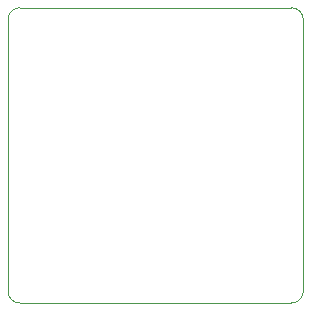
<source format=gm1>
%TF.GenerationSoftware,KiCad,Pcbnew,9.0.1*%
%TF.CreationDate,2025-12-15T19:45:58-06:00*%
%TF.ProjectId,ProtoCore_v1,50726f74-6f43-46f7-9265-5f76312e6b69,rev?*%
%TF.SameCoordinates,Original*%
%TF.FileFunction,Profile,NP*%
%FSLAX46Y46*%
G04 Gerber Fmt 4.6, Leading zero omitted, Abs format (unit mm)*
G04 Created by KiCad (PCBNEW 9.0.1) date 2025-12-15 19:45:58*
%MOMM*%
%LPD*%
G01*
G04 APERTURE LIST*
%TA.AperFunction,Profile*%
%ADD10C,0.100000*%
%TD*%
G04 APERTURE END LIST*
D10*
X161500000Y-87500000D02*
X161500000Y-87500000D01*
G75*
G02*
X162500000Y-88500000I0J-1000000D01*
G01*
X162500000Y-111500000D01*
G75*
G02*
X161500000Y-112500000I-1000000J0D01*
G01*
X138500000Y-112500000D01*
G75*
G02*
X137500000Y-111500000I0J1000000D01*
G01*
X137500000Y-88500000D01*
G75*
G02*
X138500000Y-87500000I1000000J0D01*
G01*
X161500000Y-87500000D01*
M02*

</source>
